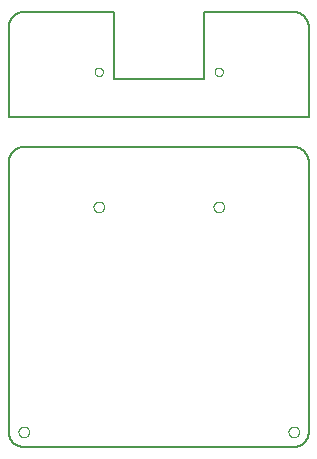
<source format=gko>
G75*
%MOIN*%
%OFA0B0*%
%FSLAX25Y25*%
%IPPOS*%
%LPD*%
%AMOC8*
5,1,8,0,0,1.08239X$1,22.5*
%
%ADD10C,0.00800*%
%ADD11C,0.00000*%
D10*
X0128333Y0050000D02*
X0128333Y0140000D01*
X0128335Y0140140D01*
X0128341Y0140280D01*
X0128351Y0140420D01*
X0128364Y0140560D01*
X0128382Y0140699D01*
X0128404Y0140838D01*
X0128429Y0140975D01*
X0128458Y0141113D01*
X0128491Y0141249D01*
X0128528Y0141384D01*
X0128569Y0141518D01*
X0128614Y0141651D01*
X0128662Y0141783D01*
X0128714Y0141913D01*
X0128769Y0142042D01*
X0128828Y0142169D01*
X0128891Y0142295D01*
X0128957Y0142419D01*
X0129026Y0142540D01*
X0129099Y0142660D01*
X0129176Y0142778D01*
X0129255Y0142893D01*
X0129338Y0143007D01*
X0129424Y0143117D01*
X0129513Y0143226D01*
X0129605Y0143332D01*
X0129700Y0143435D01*
X0129797Y0143536D01*
X0129898Y0143633D01*
X0130001Y0143728D01*
X0130107Y0143820D01*
X0130216Y0143909D01*
X0130326Y0143995D01*
X0130440Y0144078D01*
X0130555Y0144157D01*
X0130673Y0144234D01*
X0130793Y0144307D01*
X0130914Y0144376D01*
X0131038Y0144442D01*
X0131164Y0144505D01*
X0131291Y0144564D01*
X0131420Y0144619D01*
X0131550Y0144671D01*
X0131682Y0144719D01*
X0131815Y0144764D01*
X0131949Y0144805D01*
X0132084Y0144842D01*
X0132220Y0144875D01*
X0132358Y0144904D01*
X0132495Y0144929D01*
X0132634Y0144951D01*
X0132773Y0144969D01*
X0132913Y0144982D01*
X0133053Y0144992D01*
X0133193Y0144998D01*
X0133333Y0145000D01*
X0223333Y0145000D01*
X0223473Y0144998D01*
X0223613Y0144992D01*
X0223753Y0144982D01*
X0223893Y0144969D01*
X0224032Y0144951D01*
X0224171Y0144929D01*
X0224308Y0144904D01*
X0224446Y0144875D01*
X0224582Y0144842D01*
X0224717Y0144805D01*
X0224851Y0144764D01*
X0224984Y0144719D01*
X0225116Y0144671D01*
X0225246Y0144619D01*
X0225375Y0144564D01*
X0225502Y0144505D01*
X0225628Y0144442D01*
X0225752Y0144376D01*
X0225873Y0144307D01*
X0225993Y0144234D01*
X0226111Y0144157D01*
X0226226Y0144078D01*
X0226340Y0143995D01*
X0226450Y0143909D01*
X0226559Y0143820D01*
X0226665Y0143728D01*
X0226768Y0143633D01*
X0226869Y0143536D01*
X0226966Y0143435D01*
X0227061Y0143332D01*
X0227153Y0143226D01*
X0227242Y0143117D01*
X0227328Y0143007D01*
X0227411Y0142893D01*
X0227490Y0142778D01*
X0227567Y0142660D01*
X0227640Y0142540D01*
X0227709Y0142419D01*
X0227775Y0142295D01*
X0227838Y0142169D01*
X0227897Y0142042D01*
X0227952Y0141913D01*
X0228004Y0141783D01*
X0228052Y0141651D01*
X0228097Y0141518D01*
X0228138Y0141384D01*
X0228175Y0141249D01*
X0228208Y0141113D01*
X0228237Y0140975D01*
X0228262Y0140838D01*
X0228284Y0140699D01*
X0228302Y0140560D01*
X0228315Y0140420D01*
X0228325Y0140280D01*
X0228331Y0140140D01*
X0228333Y0140000D01*
X0228333Y0050000D01*
X0228331Y0049860D01*
X0228325Y0049720D01*
X0228315Y0049580D01*
X0228302Y0049440D01*
X0228284Y0049301D01*
X0228262Y0049162D01*
X0228237Y0049025D01*
X0228208Y0048887D01*
X0228175Y0048751D01*
X0228138Y0048616D01*
X0228097Y0048482D01*
X0228052Y0048349D01*
X0228004Y0048217D01*
X0227952Y0048087D01*
X0227897Y0047958D01*
X0227838Y0047831D01*
X0227775Y0047705D01*
X0227709Y0047581D01*
X0227640Y0047460D01*
X0227567Y0047340D01*
X0227490Y0047222D01*
X0227411Y0047107D01*
X0227328Y0046993D01*
X0227242Y0046883D01*
X0227153Y0046774D01*
X0227061Y0046668D01*
X0226966Y0046565D01*
X0226869Y0046464D01*
X0226768Y0046367D01*
X0226665Y0046272D01*
X0226559Y0046180D01*
X0226450Y0046091D01*
X0226340Y0046005D01*
X0226226Y0045922D01*
X0226111Y0045843D01*
X0225993Y0045766D01*
X0225873Y0045693D01*
X0225752Y0045624D01*
X0225628Y0045558D01*
X0225502Y0045495D01*
X0225375Y0045436D01*
X0225246Y0045381D01*
X0225116Y0045329D01*
X0224984Y0045281D01*
X0224851Y0045236D01*
X0224717Y0045195D01*
X0224582Y0045158D01*
X0224446Y0045125D01*
X0224308Y0045096D01*
X0224171Y0045071D01*
X0224032Y0045049D01*
X0223893Y0045031D01*
X0223753Y0045018D01*
X0223613Y0045008D01*
X0223473Y0045002D01*
X0223333Y0045000D01*
X0133333Y0045000D01*
X0133193Y0045002D01*
X0133053Y0045008D01*
X0132913Y0045018D01*
X0132773Y0045031D01*
X0132634Y0045049D01*
X0132495Y0045071D01*
X0132358Y0045096D01*
X0132220Y0045125D01*
X0132084Y0045158D01*
X0131949Y0045195D01*
X0131815Y0045236D01*
X0131682Y0045281D01*
X0131550Y0045329D01*
X0131420Y0045381D01*
X0131291Y0045436D01*
X0131164Y0045495D01*
X0131038Y0045558D01*
X0130914Y0045624D01*
X0130793Y0045693D01*
X0130673Y0045766D01*
X0130555Y0045843D01*
X0130440Y0045922D01*
X0130326Y0046005D01*
X0130216Y0046091D01*
X0130107Y0046180D01*
X0130001Y0046272D01*
X0129898Y0046367D01*
X0129797Y0046464D01*
X0129700Y0046565D01*
X0129605Y0046668D01*
X0129513Y0046774D01*
X0129424Y0046883D01*
X0129338Y0046993D01*
X0129255Y0047107D01*
X0129176Y0047222D01*
X0129099Y0047340D01*
X0129026Y0047460D01*
X0128957Y0047581D01*
X0128891Y0047705D01*
X0128828Y0047831D01*
X0128769Y0047958D01*
X0128714Y0048087D01*
X0128662Y0048217D01*
X0128614Y0048349D01*
X0128569Y0048482D01*
X0128528Y0048616D01*
X0128491Y0048751D01*
X0128458Y0048887D01*
X0128429Y0049025D01*
X0128404Y0049162D01*
X0128382Y0049301D01*
X0128364Y0049440D01*
X0128351Y0049580D01*
X0128341Y0049720D01*
X0128335Y0049860D01*
X0128333Y0050000D01*
X0128333Y0155000D02*
X0228333Y0155000D01*
X0228333Y0185000D01*
X0228331Y0185140D01*
X0228325Y0185280D01*
X0228315Y0185420D01*
X0228302Y0185560D01*
X0228284Y0185699D01*
X0228262Y0185838D01*
X0228237Y0185975D01*
X0228208Y0186113D01*
X0228175Y0186249D01*
X0228138Y0186384D01*
X0228097Y0186518D01*
X0228052Y0186651D01*
X0228004Y0186783D01*
X0227952Y0186913D01*
X0227897Y0187042D01*
X0227838Y0187169D01*
X0227775Y0187295D01*
X0227709Y0187419D01*
X0227640Y0187540D01*
X0227567Y0187660D01*
X0227490Y0187778D01*
X0227411Y0187893D01*
X0227328Y0188007D01*
X0227242Y0188117D01*
X0227153Y0188226D01*
X0227061Y0188332D01*
X0226966Y0188435D01*
X0226869Y0188536D01*
X0226768Y0188633D01*
X0226665Y0188728D01*
X0226559Y0188820D01*
X0226450Y0188909D01*
X0226340Y0188995D01*
X0226226Y0189078D01*
X0226111Y0189157D01*
X0225993Y0189234D01*
X0225873Y0189307D01*
X0225752Y0189376D01*
X0225628Y0189442D01*
X0225502Y0189505D01*
X0225375Y0189564D01*
X0225246Y0189619D01*
X0225116Y0189671D01*
X0224984Y0189719D01*
X0224851Y0189764D01*
X0224717Y0189805D01*
X0224582Y0189842D01*
X0224446Y0189875D01*
X0224308Y0189904D01*
X0224171Y0189929D01*
X0224032Y0189951D01*
X0223893Y0189969D01*
X0223753Y0189982D01*
X0223613Y0189992D01*
X0223473Y0189998D01*
X0223333Y0190000D01*
X0193333Y0190000D01*
X0193333Y0167500D01*
X0163333Y0167500D01*
X0163333Y0190000D01*
X0133333Y0190000D01*
X0133193Y0189998D01*
X0133053Y0189992D01*
X0132913Y0189982D01*
X0132773Y0189969D01*
X0132634Y0189951D01*
X0132495Y0189929D01*
X0132358Y0189904D01*
X0132220Y0189875D01*
X0132084Y0189842D01*
X0131949Y0189805D01*
X0131815Y0189764D01*
X0131682Y0189719D01*
X0131550Y0189671D01*
X0131420Y0189619D01*
X0131291Y0189564D01*
X0131164Y0189505D01*
X0131038Y0189442D01*
X0130914Y0189376D01*
X0130793Y0189307D01*
X0130673Y0189234D01*
X0130555Y0189157D01*
X0130440Y0189078D01*
X0130326Y0188995D01*
X0130216Y0188909D01*
X0130107Y0188820D01*
X0130001Y0188728D01*
X0129898Y0188633D01*
X0129797Y0188536D01*
X0129700Y0188435D01*
X0129605Y0188332D01*
X0129513Y0188226D01*
X0129424Y0188117D01*
X0129338Y0188007D01*
X0129255Y0187893D01*
X0129176Y0187778D01*
X0129099Y0187660D01*
X0129026Y0187540D01*
X0128957Y0187419D01*
X0128891Y0187295D01*
X0128828Y0187169D01*
X0128769Y0187042D01*
X0128714Y0186913D01*
X0128662Y0186783D01*
X0128614Y0186651D01*
X0128569Y0186518D01*
X0128528Y0186384D01*
X0128491Y0186249D01*
X0128458Y0186113D01*
X0128429Y0185975D01*
X0128404Y0185838D01*
X0128382Y0185699D01*
X0128364Y0185560D01*
X0128351Y0185420D01*
X0128341Y0185280D01*
X0128335Y0185140D01*
X0128333Y0185000D01*
X0128333Y0155000D01*
D11*
X0156955Y0170000D02*
X0156957Y0170074D01*
X0156963Y0170148D01*
X0156973Y0170221D01*
X0156987Y0170294D01*
X0157004Y0170366D01*
X0157026Y0170436D01*
X0157051Y0170506D01*
X0157080Y0170574D01*
X0157113Y0170640D01*
X0157149Y0170705D01*
X0157189Y0170767D01*
X0157231Y0170828D01*
X0157277Y0170886D01*
X0157326Y0170941D01*
X0157378Y0170994D01*
X0157433Y0171044D01*
X0157490Y0171090D01*
X0157550Y0171134D01*
X0157612Y0171174D01*
X0157676Y0171211D01*
X0157742Y0171245D01*
X0157810Y0171275D01*
X0157879Y0171301D01*
X0157950Y0171324D01*
X0158021Y0171342D01*
X0158094Y0171357D01*
X0158167Y0171368D01*
X0158241Y0171375D01*
X0158315Y0171378D01*
X0158388Y0171377D01*
X0158462Y0171372D01*
X0158536Y0171363D01*
X0158609Y0171350D01*
X0158681Y0171333D01*
X0158752Y0171313D01*
X0158822Y0171288D01*
X0158890Y0171260D01*
X0158957Y0171229D01*
X0159022Y0171193D01*
X0159085Y0171155D01*
X0159146Y0171113D01*
X0159205Y0171067D01*
X0159261Y0171019D01*
X0159314Y0170968D01*
X0159364Y0170914D01*
X0159412Y0170857D01*
X0159456Y0170798D01*
X0159498Y0170736D01*
X0159536Y0170673D01*
X0159570Y0170607D01*
X0159601Y0170540D01*
X0159628Y0170471D01*
X0159651Y0170401D01*
X0159671Y0170330D01*
X0159687Y0170257D01*
X0159699Y0170184D01*
X0159707Y0170111D01*
X0159711Y0170037D01*
X0159711Y0169963D01*
X0159707Y0169889D01*
X0159699Y0169816D01*
X0159687Y0169743D01*
X0159671Y0169670D01*
X0159651Y0169599D01*
X0159628Y0169529D01*
X0159601Y0169460D01*
X0159570Y0169393D01*
X0159536Y0169327D01*
X0159498Y0169264D01*
X0159456Y0169202D01*
X0159412Y0169143D01*
X0159364Y0169086D01*
X0159314Y0169032D01*
X0159261Y0168981D01*
X0159205Y0168933D01*
X0159146Y0168887D01*
X0159085Y0168845D01*
X0159022Y0168807D01*
X0158957Y0168771D01*
X0158890Y0168740D01*
X0158822Y0168712D01*
X0158752Y0168687D01*
X0158681Y0168667D01*
X0158609Y0168650D01*
X0158536Y0168637D01*
X0158462Y0168628D01*
X0158388Y0168623D01*
X0158315Y0168622D01*
X0158241Y0168625D01*
X0158167Y0168632D01*
X0158094Y0168643D01*
X0158021Y0168658D01*
X0157950Y0168676D01*
X0157879Y0168699D01*
X0157810Y0168725D01*
X0157742Y0168755D01*
X0157676Y0168789D01*
X0157612Y0168826D01*
X0157550Y0168866D01*
X0157490Y0168910D01*
X0157433Y0168956D01*
X0157378Y0169006D01*
X0157326Y0169059D01*
X0157277Y0169114D01*
X0157231Y0169172D01*
X0157189Y0169233D01*
X0157149Y0169295D01*
X0157113Y0169360D01*
X0157080Y0169426D01*
X0157051Y0169494D01*
X0157026Y0169564D01*
X0157004Y0169634D01*
X0156987Y0169706D01*
X0156973Y0169779D01*
X0156963Y0169852D01*
X0156957Y0169926D01*
X0156955Y0170000D01*
X0196955Y0170000D02*
X0196957Y0170074D01*
X0196963Y0170148D01*
X0196973Y0170221D01*
X0196987Y0170294D01*
X0197004Y0170366D01*
X0197026Y0170436D01*
X0197051Y0170506D01*
X0197080Y0170574D01*
X0197113Y0170640D01*
X0197149Y0170705D01*
X0197189Y0170767D01*
X0197231Y0170828D01*
X0197277Y0170886D01*
X0197326Y0170941D01*
X0197378Y0170994D01*
X0197433Y0171044D01*
X0197490Y0171090D01*
X0197550Y0171134D01*
X0197612Y0171174D01*
X0197676Y0171211D01*
X0197742Y0171245D01*
X0197810Y0171275D01*
X0197879Y0171301D01*
X0197950Y0171324D01*
X0198021Y0171342D01*
X0198094Y0171357D01*
X0198167Y0171368D01*
X0198241Y0171375D01*
X0198315Y0171378D01*
X0198388Y0171377D01*
X0198462Y0171372D01*
X0198536Y0171363D01*
X0198609Y0171350D01*
X0198681Y0171333D01*
X0198752Y0171313D01*
X0198822Y0171288D01*
X0198890Y0171260D01*
X0198957Y0171229D01*
X0199022Y0171193D01*
X0199085Y0171155D01*
X0199146Y0171113D01*
X0199205Y0171067D01*
X0199261Y0171019D01*
X0199314Y0170968D01*
X0199364Y0170914D01*
X0199412Y0170857D01*
X0199456Y0170798D01*
X0199498Y0170736D01*
X0199536Y0170673D01*
X0199570Y0170607D01*
X0199601Y0170540D01*
X0199628Y0170471D01*
X0199651Y0170401D01*
X0199671Y0170330D01*
X0199687Y0170257D01*
X0199699Y0170184D01*
X0199707Y0170111D01*
X0199711Y0170037D01*
X0199711Y0169963D01*
X0199707Y0169889D01*
X0199699Y0169816D01*
X0199687Y0169743D01*
X0199671Y0169670D01*
X0199651Y0169599D01*
X0199628Y0169529D01*
X0199601Y0169460D01*
X0199570Y0169393D01*
X0199536Y0169327D01*
X0199498Y0169264D01*
X0199456Y0169202D01*
X0199412Y0169143D01*
X0199364Y0169086D01*
X0199314Y0169032D01*
X0199261Y0168981D01*
X0199205Y0168933D01*
X0199146Y0168887D01*
X0199085Y0168845D01*
X0199022Y0168807D01*
X0198957Y0168771D01*
X0198890Y0168740D01*
X0198822Y0168712D01*
X0198752Y0168687D01*
X0198681Y0168667D01*
X0198609Y0168650D01*
X0198536Y0168637D01*
X0198462Y0168628D01*
X0198388Y0168623D01*
X0198315Y0168622D01*
X0198241Y0168625D01*
X0198167Y0168632D01*
X0198094Y0168643D01*
X0198021Y0168658D01*
X0197950Y0168676D01*
X0197879Y0168699D01*
X0197810Y0168725D01*
X0197742Y0168755D01*
X0197676Y0168789D01*
X0197612Y0168826D01*
X0197550Y0168866D01*
X0197490Y0168910D01*
X0197433Y0168956D01*
X0197378Y0169006D01*
X0197326Y0169059D01*
X0197277Y0169114D01*
X0197231Y0169172D01*
X0197189Y0169233D01*
X0197149Y0169295D01*
X0197113Y0169360D01*
X0197080Y0169426D01*
X0197051Y0169494D01*
X0197026Y0169564D01*
X0197004Y0169634D01*
X0196987Y0169706D01*
X0196973Y0169779D01*
X0196963Y0169852D01*
X0196957Y0169926D01*
X0196955Y0170000D01*
X0196561Y0125000D02*
X0196563Y0125084D01*
X0196569Y0125167D01*
X0196579Y0125250D01*
X0196593Y0125333D01*
X0196610Y0125415D01*
X0196632Y0125496D01*
X0196657Y0125575D01*
X0196686Y0125654D01*
X0196719Y0125731D01*
X0196755Y0125806D01*
X0196795Y0125880D01*
X0196838Y0125952D01*
X0196885Y0126021D01*
X0196935Y0126088D01*
X0196988Y0126153D01*
X0197044Y0126215D01*
X0197102Y0126275D01*
X0197164Y0126332D01*
X0197228Y0126385D01*
X0197295Y0126436D01*
X0197364Y0126483D01*
X0197435Y0126528D01*
X0197508Y0126568D01*
X0197583Y0126605D01*
X0197660Y0126639D01*
X0197738Y0126669D01*
X0197817Y0126695D01*
X0197898Y0126718D01*
X0197980Y0126736D01*
X0198062Y0126751D01*
X0198145Y0126762D01*
X0198228Y0126769D01*
X0198312Y0126772D01*
X0198396Y0126771D01*
X0198479Y0126766D01*
X0198563Y0126757D01*
X0198645Y0126744D01*
X0198727Y0126728D01*
X0198808Y0126707D01*
X0198889Y0126683D01*
X0198967Y0126655D01*
X0199045Y0126623D01*
X0199121Y0126587D01*
X0199195Y0126548D01*
X0199267Y0126506D01*
X0199337Y0126460D01*
X0199405Y0126411D01*
X0199470Y0126359D01*
X0199533Y0126304D01*
X0199593Y0126246D01*
X0199651Y0126185D01*
X0199705Y0126121D01*
X0199757Y0126055D01*
X0199805Y0125987D01*
X0199850Y0125916D01*
X0199891Y0125843D01*
X0199930Y0125769D01*
X0199964Y0125693D01*
X0199995Y0125615D01*
X0200022Y0125536D01*
X0200046Y0125455D01*
X0200065Y0125374D01*
X0200081Y0125292D01*
X0200093Y0125209D01*
X0200101Y0125125D01*
X0200105Y0125042D01*
X0200105Y0124958D01*
X0200101Y0124875D01*
X0200093Y0124791D01*
X0200081Y0124708D01*
X0200065Y0124626D01*
X0200046Y0124545D01*
X0200022Y0124464D01*
X0199995Y0124385D01*
X0199964Y0124307D01*
X0199930Y0124231D01*
X0199891Y0124157D01*
X0199850Y0124084D01*
X0199805Y0124013D01*
X0199757Y0123945D01*
X0199705Y0123879D01*
X0199651Y0123815D01*
X0199593Y0123754D01*
X0199533Y0123696D01*
X0199470Y0123641D01*
X0199405Y0123589D01*
X0199337Y0123540D01*
X0199267Y0123494D01*
X0199195Y0123452D01*
X0199121Y0123413D01*
X0199045Y0123377D01*
X0198967Y0123345D01*
X0198889Y0123317D01*
X0198808Y0123293D01*
X0198727Y0123272D01*
X0198645Y0123256D01*
X0198563Y0123243D01*
X0198479Y0123234D01*
X0198396Y0123229D01*
X0198312Y0123228D01*
X0198228Y0123231D01*
X0198145Y0123238D01*
X0198062Y0123249D01*
X0197980Y0123264D01*
X0197898Y0123282D01*
X0197817Y0123305D01*
X0197738Y0123331D01*
X0197660Y0123361D01*
X0197583Y0123395D01*
X0197508Y0123432D01*
X0197435Y0123472D01*
X0197364Y0123517D01*
X0197295Y0123564D01*
X0197228Y0123615D01*
X0197164Y0123668D01*
X0197102Y0123725D01*
X0197044Y0123785D01*
X0196988Y0123847D01*
X0196935Y0123912D01*
X0196885Y0123979D01*
X0196838Y0124048D01*
X0196795Y0124120D01*
X0196755Y0124194D01*
X0196719Y0124269D01*
X0196686Y0124346D01*
X0196657Y0124425D01*
X0196632Y0124504D01*
X0196610Y0124585D01*
X0196593Y0124667D01*
X0196579Y0124750D01*
X0196569Y0124833D01*
X0196563Y0124916D01*
X0196561Y0125000D01*
X0156561Y0125000D02*
X0156563Y0125084D01*
X0156569Y0125167D01*
X0156579Y0125250D01*
X0156593Y0125333D01*
X0156610Y0125415D01*
X0156632Y0125496D01*
X0156657Y0125575D01*
X0156686Y0125654D01*
X0156719Y0125731D01*
X0156755Y0125806D01*
X0156795Y0125880D01*
X0156838Y0125952D01*
X0156885Y0126021D01*
X0156935Y0126088D01*
X0156988Y0126153D01*
X0157044Y0126215D01*
X0157102Y0126275D01*
X0157164Y0126332D01*
X0157228Y0126385D01*
X0157295Y0126436D01*
X0157364Y0126483D01*
X0157435Y0126528D01*
X0157508Y0126568D01*
X0157583Y0126605D01*
X0157660Y0126639D01*
X0157738Y0126669D01*
X0157817Y0126695D01*
X0157898Y0126718D01*
X0157980Y0126736D01*
X0158062Y0126751D01*
X0158145Y0126762D01*
X0158228Y0126769D01*
X0158312Y0126772D01*
X0158396Y0126771D01*
X0158479Y0126766D01*
X0158563Y0126757D01*
X0158645Y0126744D01*
X0158727Y0126728D01*
X0158808Y0126707D01*
X0158889Y0126683D01*
X0158967Y0126655D01*
X0159045Y0126623D01*
X0159121Y0126587D01*
X0159195Y0126548D01*
X0159267Y0126506D01*
X0159337Y0126460D01*
X0159405Y0126411D01*
X0159470Y0126359D01*
X0159533Y0126304D01*
X0159593Y0126246D01*
X0159651Y0126185D01*
X0159705Y0126121D01*
X0159757Y0126055D01*
X0159805Y0125987D01*
X0159850Y0125916D01*
X0159891Y0125843D01*
X0159930Y0125769D01*
X0159964Y0125693D01*
X0159995Y0125615D01*
X0160022Y0125536D01*
X0160046Y0125455D01*
X0160065Y0125374D01*
X0160081Y0125292D01*
X0160093Y0125209D01*
X0160101Y0125125D01*
X0160105Y0125042D01*
X0160105Y0124958D01*
X0160101Y0124875D01*
X0160093Y0124791D01*
X0160081Y0124708D01*
X0160065Y0124626D01*
X0160046Y0124545D01*
X0160022Y0124464D01*
X0159995Y0124385D01*
X0159964Y0124307D01*
X0159930Y0124231D01*
X0159891Y0124157D01*
X0159850Y0124084D01*
X0159805Y0124013D01*
X0159757Y0123945D01*
X0159705Y0123879D01*
X0159651Y0123815D01*
X0159593Y0123754D01*
X0159533Y0123696D01*
X0159470Y0123641D01*
X0159405Y0123589D01*
X0159337Y0123540D01*
X0159267Y0123494D01*
X0159195Y0123452D01*
X0159121Y0123413D01*
X0159045Y0123377D01*
X0158967Y0123345D01*
X0158889Y0123317D01*
X0158808Y0123293D01*
X0158727Y0123272D01*
X0158645Y0123256D01*
X0158563Y0123243D01*
X0158479Y0123234D01*
X0158396Y0123229D01*
X0158312Y0123228D01*
X0158228Y0123231D01*
X0158145Y0123238D01*
X0158062Y0123249D01*
X0157980Y0123264D01*
X0157898Y0123282D01*
X0157817Y0123305D01*
X0157738Y0123331D01*
X0157660Y0123361D01*
X0157583Y0123395D01*
X0157508Y0123432D01*
X0157435Y0123472D01*
X0157364Y0123517D01*
X0157295Y0123564D01*
X0157228Y0123615D01*
X0157164Y0123668D01*
X0157102Y0123725D01*
X0157044Y0123785D01*
X0156988Y0123847D01*
X0156935Y0123912D01*
X0156885Y0123979D01*
X0156838Y0124048D01*
X0156795Y0124120D01*
X0156755Y0124194D01*
X0156719Y0124269D01*
X0156686Y0124346D01*
X0156657Y0124425D01*
X0156632Y0124504D01*
X0156610Y0124585D01*
X0156593Y0124667D01*
X0156579Y0124750D01*
X0156569Y0124833D01*
X0156563Y0124916D01*
X0156561Y0125000D01*
X0131561Y0050000D02*
X0131563Y0050084D01*
X0131569Y0050167D01*
X0131579Y0050250D01*
X0131593Y0050333D01*
X0131610Y0050415D01*
X0131632Y0050496D01*
X0131657Y0050575D01*
X0131686Y0050654D01*
X0131719Y0050731D01*
X0131755Y0050806D01*
X0131795Y0050880D01*
X0131838Y0050952D01*
X0131885Y0051021D01*
X0131935Y0051088D01*
X0131988Y0051153D01*
X0132044Y0051215D01*
X0132102Y0051275D01*
X0132164Y0051332D01*
X0132228Y0051385D01*
X0132295Y0051436D01*
X0132364Y0051483D01*
X0132435Y0051528D01*
X0132508Y0051568D01*
X0132583Y0051605D01*
X0132660Y0051639D01*
X0132738Y0051669D01*
X0132817Y0051695D01*
X0132898Y0051718D01*
X0132980Y0051736D01*
X0133062Y0051751D01*
X0133145Y0051762D01*
X0133228Y0051769D01*
X0133312Y0051772D01*
X0133396Y0051771D01*
X0133479Y0051766D01*
X0133563Y0051757D01*
X0133645Y0051744D01*
X0133727Y0051728D01*
X0133808Y0051707D01*
X0133889Y0051683D01*
X0133967Y0051655D01*
X0134045Y0051623D01*
X0134121Y0051587D01*
X0134195Y0051548D01*
X0134267Y0051506D01*
X0134337Y0051460D01*
X0134405Y0051411D01*
X0134470Y0051359D01*
X0134533Y0051304D01*
X0134593Y0051246D01*
X0134651Y0051185D01*
X0134705Y0051121D01*
X0134757Y0051055D01*
X0134805Y0050987D01*
X0134850Y0050916D01*
X0134891Y0050843D01*
X0134930Y0050769D01*
X0134964Y0050693D01*
X0134995Y0050615D01*
X0135022Y0050536D01*
X0135046Y0050455D01*
X0135065Y0050374D01*
X0135081Y0050292D01*
X0135093Y0050209D01*
X0135101Y0050125D01*
X0135105Y0050042D01*
X0135105Y0049958D01*
X0135101Y0049875D01*
X0135093Y0049791D01*
X0135081Y0049708D01*
X0135065Y0049626D01*
X0135046Y0049545D01*
X0135022Y0049464D01*
X0134995Y0049385D01*
X0134964Y0049307D01*
X0134930Y0049231D01*
X0134891Y0049157D01*
X0134850Y0049084D01*
X0134805Y0049013D01*
X0134757Y0048945D01*
X0134705Y0048879D01*
X0134651Y0048815D01*
X0134593Y0048754D01*
X0134533Y0048696D01*
X0134470Y0048641D01*
X0134405Y0048589D01*
X0134337Y0048540D01*
X0134267Y0048494D01*
X0134195Y0048452D01*
X0134121Y0048413D01*
X0134045Y0048377D01*
X0133967Y0048345D01*
X0133889Y0048317D01*
X0133808Y0048293D01*
X0133727Y0048272D01*
X0133645Y0048256D01*
X0133563Y0048243D01*
X0133479Y0048234D01*
X0133396Y0048229D01*
X0133312Y0048228D01*
X0133228Y0048231D01*
X0133145Y0048238D01*
X0133062Y0048249D01*
X0132980Y0048264D01*
X0132898Y0048282D01*
X0132817Y0048305D01*
X0132738Y0048331D01*
X0132660Y0048361D01*
X0132583Y0048395D01*
X0132508Y0048432D01*
X0132435Y0048472D01*
X0132364Y0048517D01*
X0132295Y0048564D01*
X0132228Y0048615D01*
X0132164Y0048668D01*
X0132102Y0048725D01*
X0132044Y0048785D01*
X0131988Y0048847D01*
X0131935Y0048912D01*
X0131885Y0048979D01*
X0131838Y0049048D01*
X0131795Y0049120D01*
X0131755Y0049194D01*
X0131719Y0049269D01*
X0131686Y0049346D01*
X0131657Y0049425D01*
X0131632Y0049504D01*
X0131610Y0049585D01*
X0131593Y0049667D01*
X0131579Y0049750D01*
X0131569Y0049833D01*
X0131563Y0049916D01*
X0131561Y0050000D01*
X0221561Y0050000D02*
X0221563Y0050084D01*
X0221569Y0050167D01*
X0221579Y0050250D01*
X0221593Y0050333D01*
X0221610Y0050415D01*
X0221632Y0050496D01*
X0221657Y0050575D01*
X0221686Y0050654D01*
X0221719Y0050731D01*
X0221755Y0050806D01*
X0221795Y0050880D01*
X0221838Y0050952D01*
X0221885Y0051021D01*
X0221935Y0051088D01*
X0221988Y0051153D01*
X0222044Y0051215D01*
X0222102Y0051275D01*
X0222164Y0051332D01*
X0222228Y0051385D01*
X0222295Y0051436D01*
X0222364Y0051483D01*
X0222435Y0051528D01*
X0222508Y0051568D01*
X0222583Y0051605D01*
X0222660Y0051639D01*
X0222738Y0051669D01*
X0222817Y0051695D01*
X0222898Y0051718D01*
X0222980Y0051736D01*
X0223062Y0051751D01*
X0223145Y0051762D01*
X0223228Y0051769D01*
X0223312Y0051772D01*
X0223396Y0051771D01*
X0223479Y0051766D01*
X0223563Y0051757D01*
X0223645Y0051744D01*
X0223727Y0051728D01*
X0223808Y0051707D01*
X0223889Y0051683D01*
X0223967Y0051655D01*
X0224045Y0051623D01*
X0224121Y0051587D01*
X0224195Y0051548D01*
X0224267Y0051506D01*
X0224337Y0051460D01*
X0224405Y0051411D01*
X0224470Y0051359D01*
X0224533Y0051304D01*
X0224593Y0051246D01*
X0224651Y0051185D01*
X0224705Y0051121D01*
X0224757Y0051055D01*
X0224805Y0050987D01*
X0224850Y0050916D01*
X0224891Y0050843D01*
X0224930Y0050769D01*
X0224964Y0050693D01*
X0224995Y0050615D01*
X0225022Y0050536D01*
X0225046Y0050455D01*
X0225065Y0050374D01*
X0225081Y0050292D01*
X0225093Y0050209D01*
X0225101Y0050125D01*
X0225105Y0050042D01*
X0225105Y0049958D01*
X0225101Y0049875D01*
X0225093Y0049791D01*
X0225081Y0049708D01*
X0225065Y0049626D01*
X0225046Y0049545D01*
X0225022Y0049464D01*
X0224995Y0049385D01*
X0224964Y0049307D01*
X0224930Y0049231D01*
X0224891Y0049157D01*
X0224850Y0049084D01*
X0224805Y0049013D01*
X0224757Y0048945D01*
X0224705Y0048879D01*
X0224651Y0048815D01*
X0224593Y0048754D01*
X0224533Y0048696D01*
X0224470Y0048641D01*
X0224405Y0048589D01*
X0224337Y0048540D01*
X0224267Y0048494D01*
X0224195Y0048452D01*
X0224121Y0048413D01*
X0224045Y0048377D01*
X0223967Y0048345D01*
X0223889Y0048317D01*
X0223808Y0048293D01*
X0223727Y0048272D01*
X0223645Y0048256D01*
X0223563Y0048243D01*
X0223479Y0048234D01*
X0223396Y0048229D01*
X0223312Y0048228D01*
X0223228Y0048231D01*
X0223145Y0048238D01*
X0223062Y0048249D01*
X0222980Y0048264D01*
X0222898Y0048282D01*
X0222817Y0048305D01*
X0222738Y0048331D01*
X0222660Y0048361D01*
X0222583Y0048395D01*
X0222508Y0048432D01*
X0222435Y0048472D01*
X0222364Y0048517D01*
X0222295Y0048564D01*
X0222228Y0048615D01*
X0222164Y0048668D01*
X0222102Y0048725D01*
X0222044Y0048785D01*
X0221988Y0048847D01*
X0221935Y0048912D01*
X0221885Y0048979D01*
X0221838Y0049048D01*
X0221795Y0049120D01*
X0221755Y0049194D01*
X0221719Y0049269D01*
X0221686Y0049346D01*
X0221657Y0049425D01*
X0221632Y0049504D01*
X0221610Y0049585D01*
X0221593Y0049667D01*
X0221579Y0049750D01*
X0221569Y0049833D01*
X0221563Y0049916D01*
X0221561Y0050000D01*
M02*

</source>
